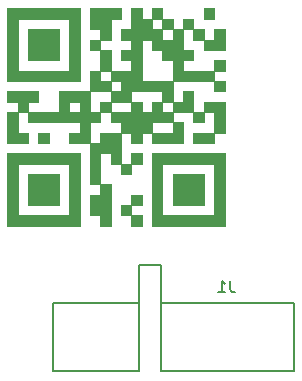
<source format=gbr>
G04 #@! TF.FileFunction,Legend,Bot*
%FSLAX46Y46*%
G04 Gerber Fmt 4.6, Leading zero omitted, Abs format (unit mm)*
G04 Created by KiCad (PCBNEW 4.0.2+e4-6225~38~ubuntu14.04.1-stable) date Sat 30 Jul 2016 11:20:58 AM PDT*
%MOMM*%
G01*
G04 APERTURE LIST*
%ADD10C,0.100000*%
%ADD11C,0.150000*%
%ADD12C,0.010000*%
G04 APERTURE END LIST*
D10*
D11*
X148900180Y-97500640D02*
X148900180Y-94300240D01*
X148900180Y-94300240D02*
X147099320Y-94300240D01*
X147099320Y-94300240D02*
X147099320Y-97500640D01*
X160200640Y-97500640D02*
X148900180Y-97500640D01*
X148900180Y-97500640D02*
X148900180Y-103299460D01*
X148900180Y-103299460D02*
X160200640Y-103299460D01*
X160200640Y-103299460D02*
X160200640Y-97500640D01*
X139799360Y-97500640D02*
X147099320Y-97500640D01*
X147099320Y-103299460D02*
X139799360Y-103299460D01*
X147099320Y-97500640D02*
X147099320Y-103299460D01*
X139799360Y-97500640D02*
X139799360Y-103299460D01*
D12*
G36*
X142034482Y-72603449D02*
X135903448Y-72603449D01*
X135903448Y-77858621D01*
X136779310Y-77858621D01*
X136779310Y-73479311D01*
X141158620Y-73479311D01*
X141158620Y-77858621D01*
X136779310Y-77858621D01*
X135903448Y-77858621D01*
X135903448Y-78734483D01*
X142034482Y-78734483D01*
X142034482Y-72603449D01*
X142034482Y-72603449D01*
G37*
X142034482Y-72603449D02*
X135903448Y-72603449D01*
X135903448Y-77858621D01*
X136779310Y-77858621D01*
X136779310Y-73479311D01*
X141158620Y-73479311D01*
X141158620Y-77858621D01*
X136779310Y-77858621D01*
X135903448Y-77858621D01*
X135903448Y-78734483D01*
X142034482Y-78734483D01*
X142034482Y-72603449D01*
G36*
X144662068Y-73479311D02*
X145537931Y-73479311D01*
X145537931Y-72603449D01*
X142910344Y-72603449D01*
X142910344Y-74355173D01*
X143786206Y-74355173D01*
X143786206Y-75231035D01*
X144662068Y-75231035D01*
X144662068Y-73479311D01*
X144662068Y-73479311D01*
G37*
X144662068Y-73479311D02*
X145537931Y-73479311D01*
X145537931Y-72603449D01*
X142910344Y-72603449D01*
X142910344Y-74355173D01*
X143786206Y-74355173D01*
X143786206Y-75231035D01*
X144662068Y-75231035D01*
X144662068Y-73479311D01*
G36*
X151668965Y-73479311D02*
X150793103Y-73479311D01*
X150793103Y-74355173D01*
X151668965Y-74355173D01*
X151668965Y-73479311D01*
X151668965Y-73479311D01*
G37*
X151668965Y-73479311D02*
X150793103Y-73479311D01*
X150793103Y-74355173D01*
X151668965Y-74355173D01*
X151668965Y-73479311D01*
G36*
X152544827Y-76106897D02*
X154296551Y-76106897D01*
X154296551Y-74355173D01*
X153420689Y-74355173D01*
X153420689Y-75231035D01*
X152544827Y-75231035D01*
X152544827Y-76106897D01*
X152544827Y-76106897D01*
G37*
X152544827Y-76106897D02*
X154296551Y-76106897D01*
X154296551Y-74355173D01*
X153420689Y-74355173D01*
X153420689Y-75231035D01*
X152544827Y-75231035D01*
X152544827Y-76106897D01*
G36*
X143786206Y-75231035D02*
X142910344Y-75231035D01*
X142910344Y-76106897D01*
X143786206Y-76106897D01*
X143786206Y-75231035D01*
X143786206Y-75231035D01*
G37*
X143786206Y-75231035D02*
X142910344Y-75231035D01*
X142910344Y-76106897D01*
X143786206Y-76106897D01*
X143786206Y-75231035D01*
G36*
X154296551Y-76982759D02*
X153420689Y-76982759D01*
X153420689Y-77858621D01*
X154296551Y-77858621D01*
X154296551Y-76982759D01*
X154296551Y-76982759D01*
G37*
X154296551Y-76982759D02*
X153420689Y-76982759D01*
X153420689Y-77858621D01*
X154296551Y-77858621D01*
X154296551Y-76982759D01*
G36*
X154296551Y-78734483D02*
X153420689Y-78734483D01*
X153420689Y-79610345D01*
X154296551Y-79610345D01*
X154296551Y-78734483D01*
X154296551Y-78734483D01*
G37*
X154296551Y-78734483D02*
X153420689Y-78734483D01*
X153420689Y-79610345D01*
X154296551Y-79610345D01*
X154296551Y-78734483D01*
G36*
X154296551Y-80486207D02*
X152544827Y-80486207D01*
X152544827Y-81362069D01*
X153420689Y-81362069D01*
X153420689Y-83113794D01*
X154296551Y-83113794D01*
X154296551Y-80486207D01*
X154296551Y-80486207D01*
G37*
X154296551Y-80486207D02*
X152544827Y-80486207D01*
X152544827Y-81362069D01*
X153420689Y-81362069D01*
X153420689Y-83113794D01*
X154296551Y-83113794D01*
X154296551Y-80486207D01*
G36*
X137655172Y-83113794D02*
X136779310Y-83113794D01*
X136779310Y-81362069D01*
X135903448Y-81362069D01*
X135903448Y-83989656D01*
X137655172Y-83989656D01*
X137655172Y-83113794D01*
X137655172Y-83113794D01*
G37*
X137655172Y-83113794D02*
X136779310Y-83113794D01*
X136779310Y-81362069D01*
X135903448Y-81362069D01*
X135903448Y-83989656D01*
X137655172Y-83989656D01*
X137655172Y-83113794D01*
G36*
X152544827Y-81362069D02*
X151668965Y-81362069D01*
X151668965Y-82237932D01*
X152544827Y-82237932D01*
X152544827Y-81362069D01*
X152544827Y-81362069D01*
G37*
X152544827Y-81362069D02*
X151668965Y-81362069D01*
X151668965Y-82237932D01*
X152544827Y-82237932D01*
X152544827Y-81362069D01*
G36*
X153420689Y-83113794D02*
X151668965Y-83113794D01*
X151668965Y-83989656D01*
X153420689Y-83989656D01*
X153420689Y-83113794D01*
X153420689Y-83113794D01*
G37*
X153420689Y-83113794D02*
X151668965Y-83113794D01*
X151668965Y-83989656D01*
X153420689Y-83989656D01*
X153420689Y-83113794D01*
G36*
X147289655Y-84865518D02*
X146413793Y-84865518D01*
X146413793Y-85741380D01*
X147289655Y-85741380D01*
X147289655Y-84865518D01*
X147289655Y-84865518D01*
G37*
X147289655Y-84865518D02*
X146413793Y-84865518D01*
X146413793Y-85741380D01*
X147289655Y-85741380D01*
X147289655Y-84865518D01*
G36*
X146413793Y-85741380D02*
X145537931Y-85741380D01*
X145537931Y-86617242D01*
X146413793Y-86617242D01*
X146413793Y-85741380D01*
X146413793Y-85741380D01*
G37*
X146413793Y-85741380D02*
X145537931Y-85741380D01*
X145537931Y-86617242D01*
X146413793Y-86617242D01*
X146413793Y-85741380D01*
G36*
X144662068Y-87493104D02*
X143786206Y-87493104D01*
X143786206Y-88368966D01*
X142910344Y-88368966D01*
X142910344Y-90120690D01*
X143786206Y-90120690D01*
X143786206Y-90996552D01*
X144662068Y-90996552D01*
X144662068Y-87493104D01*
X144662068Y-87493104D01*
G37*
X144662068Y-87493104D02*
X143786206Y-87493104D01*
X143786206Y-88368966D01*
X142910344Y-88368966D01*
X142910344Y-90120690D01*
X143786206Y-90120690D01*
X143786206Y-90996552D01*
X144662068Y-90996552D01*
X144662068Y-87493104D01*
G36*
X137655172Y-80486207D02*
X138531034Y-80486207D01*
X138531034Y-79610345D01*
X135903448Y-79610345D01*
X135903448Y-80486207D01*
X136779310Y-80486207D01*
X136779310Y-81362069D01*
X137655172Y-81362069D01*
X137655172Y-80486207D01*
X137655172Y-80486207D01*
G37*
X137655172Y-80486207D02*
X138531034Y-80486207D01*
X138531034Y-79610345D01*
X135903448Y-79610345D01*
X135903448Y-80486207D01*
X136779310Y-80486207D01*
X136779310Y-81362069D01*
X137655172Y-81362069D01*
X137655172Y-80486207D01*
G36*
X152544827Y-74355173D02*
X151668965Y-74355173D01*
X151668965Y-75231035D01*
X152544827Y-75231035D01*
X152544827Y-74355173D01*
X152544827Y-74355173D01*
G37*
X152544827Y-74355173D02*
X151668965Y-74355173D01*
X151668965Y-75231035D01*
X152544827Y-75231035D01*
X152544827Y-74355173D01*
G36*
X153420689Y-78734483D02*
X153420689Y-77858621D01*
X150793103Y-77858621D01*
X150793103Y-76982759D01*
X151668965Y-76982759D01*
X151668965Y-76106897D01*
X150793103Y-76106897D01*
X150793103Y-74355173D01*
X149917241Y-74355173D01*
X149917241Y-73479311D01*
X149041379Y-73479311D01*
X149041379Y-72603449D01*
X148165517Y-72603449D01*
X148165517Y-73479311D01*
X147289655Y-73479311D01*
X147289655Y-72603449D01*
X146413793Y-72603449D01*
X146413793Y-74355173D01*
X148165517Y-74355173D01*
X148165517Y-73479311D01*
X149041379Y-73479311D01*
X149041379Y-74355173D01*
X148165517Y-74355173D01*
X146413793Y-74355173D01*
X145537931Y-74355173D01*
X145537931Y-75231035D01*
X146413793Y-75231035D01*
X146413793Y-76106897D01*
X145537931Y-76106897D01*
X145537931Y-76982759D01*
X146413793Y-76982759D01*
X146413793Y-77858621D01*
X144662068Y-77858621D01*
X144662068Y-76106897D01*
X143786206Y-76106897D01*
X143786206Y-77858621D01*
X142910344Y-77858621D01*
X142910344Y-78734483D01*
X143786206Y-78734483D01*
X143786206Y-77858621D01*
X144662068Y-77858621D01*
X144662068Y-78734483D01*
X143786206Y-78734483D01*
X142910344Y-78734483D01*
X142910344Y-79610345D01*
X140282758Y-79610345D01*
X140282758Y-81362069D01*
X141158620Y-81362069D01*
X141158620Y-80486207D01*
X142034482Y-80486207D01*
X142034482Y-81362069D01*
X141158620Y-81362069D01*
X140282758Y-81362069D01*
X137655172Y-81362069D01*
X137655172Y-82237932D01*
X142034482Y-82237932D01*
X142034482Y-83113794D01*
X141158620Y-83113794D01*
X141158620Y-83989656D01*
X142910344Y-83989656D01*
X142910344Y-82237932D01*
X143786206Y-82237932D01*
X143786206Y-81362069D01*
X142910344Y-81362069D01*
X142910344Y-79610345D01*
X144662068Y-79610345D01*
X144662068Y-78734483D01*
X145537931Y-78734483D01*
X147289655Y-78734483D01*
X147289655Y-75231035D01*
X148165517Y-75231035D01*
X149041379Y-75231035D01*
X149041379Y-74355173D01*
X149917241Y-74355173D01*
X149917241Y-75231035D01*
X149041379Y-75231035D01*
X148165517Y-75231035D01*
X148165517Y-76106897D01*
X149041379Y-76106897D01*
X149041379Y-76982759D01*
X149917241Y-76982759D01*
X149917241Y-78734483D01*
X147289655Y-78734483D01*
X145537931Y-78734483D01*
X145537931Y-79610345D01*
X144662068Y-79610345D01*
X144662068Y-80486207D01*
X146413793Y-80486207D01*
X146413793Y-79610345D01*
X149041379Y-79610345D01*
X149041379Y-80486207D01*
X148165517Y-80486207D01*
X148165517Y-81362069D01*
X149041379Y-81362069D01*
X149041379Y-80486207D01*
X149917241Y-80486207D01*
X149917241Y-81362069D01*
X149041379Y-81362069D01*
X148165517Y-81362069D01*
X147289655Y-81362069D01*
X147289655Y-80486207D01*
X146413793Y-80486207D01*
X146413793Y-81362069D01*
X144662068Y-81362069D01*
X144662068Y-82237932D01*
X145537931Y-82237932D01*
X145537931Y-83113794D01*
X143786206Y-83113794D01*
X143786206Y-83989656D01*
X142910344Y-83989656D01*
X142910344Y-87493104D01*
X143786206Y-87493104D01*
X143786206Y-84865518D01*
X144662068Y-84865518D01*
X144662068Y-85741380D01*
X145537931Y-85741380D01*
X145537931Y-83113794D01*
X146413793Y-83113794D01*
X146413793Y-83989656D01*
X147289655Y-83989656D01*
X147289655Y-83113794D01*
X148165517Y-83113794D01*
X148165517Y-82237932D01*
X149917241Y-82237932D01*
X149917241Y-83113794D01*
X148165517Y-83113794D01*
X148165517Y-83989656D01*
X150793103Y-83989656D01*
X150793103Y-82237932D01*
X149917241Y-82237932D01*
X149917241Y-81362069D01*
X151668965Y-81362069D01*
X151668965Y-79610345D01*
X150793103Y-79610345D01*
X150793103Y-80486207D01*
X149917241Y-80486207D01*
X149917241Y-78734483D01*
X153420689Y-78734483D01*
X153420689Y-78734483D01*
G37*
X153420689Y-78734483D02*
X153420689Y-77858621D01*
X150793103Y-77858621D01*
X150793103Y-76982759D01*
X151668965Y-76982759D01*
X151668965Y-76106897D01*
X150793103Y-76106897D01*
X150793103Y-74355173D01*
X149917241Y-74355173D01*
X149917241Y-73479311D01*
X149041379Y-73479311D01*
X149041379Y-72603449D01*
X148165517Y-72603449D01*
X148165517Y-73479311D01*
X147289655Y-73479311D01*
X147289655Y-72603449D01*
X146413793Y-72603449D01*
X146413793Y-74355173D01*
X148165517Y-74355173D01*
X148165517Y-73479311D01*
X149041379Y-73479311D01*
X149041379Y-74355173D01*
X148165517Y-74355173D01*
X146413793Y-74355173D01*
X145537931Y-74355173D01*
X145537931Y-75231035D01*
X146413793Y-75231035D01*
X146413793Y-76106897D01*
X145537931Y-76106897D01*
X145537931Y-76982759D01*
X146413793Y-76982759D01*
X146413793Y-77858621D01*
X144662068Y-77858621D01*
X144662068Y-76106897D01*
X143786206Y-76106897D01*
X143786206Y-77858621D01*
X142910344Y-77858621D01*
X142910344Y-78734483D01*
X143786206Y-78734483D01*
X143786206Y-77858621D01*
X144662068Y-77858621D01*
X144662068Y-78734483D01*
X143786206Y-78734483D01*
X142910344Y-78734483D01*
X142910344Y-79610345D01*
X140282758Y-79610345D01*
X140282758Y-81362069D01*
X141158620Y-81362069D01*
X141158620Y-80486207D01*
X142034482Y-80486207D01*
X142034482Y-81362069D01*
X141158620Y-81362069D01*
X140282758Y-81362069D01*
X137655172Y-81362069D01*
X137655172Y-82237932D01*
X142034482Y-82237932D01*
X142034482Y-83113794D01*
X141158620Y-83113794D01*
X141158620Y-83989656D01*
X142910344Y-83989656D01*
X142910344Y-82237932D01*
X143786206Y-82237932D01*
X143786206Y-81362069D01*
X142910344Y-81362069D01*
X142910344Y-79610345D01*
X144662068Y-79610345D01*
X144662068Y-78734483D01*
X145537931Y-78734483D01*
X147289655Y-78734483D01*
X147289655Y-75231035D01*
X148165517Y-75231035D01*
X149041379Y-75231035D01*
X149041379Y-74355173D01*
X149917241Y-74355173D01*
X149917241Y-75231035D01*
X149041379Y-75231035D01*
X148165517Y-75231035D01*
X148165517Y-76106897D01*
X149041379Y-76106897D01*
X149041379Y-76982759D01*
X149917241Y-76982759D01*
X149917241Y-78734483D01*
X147289655Y-78734483D01*
X145537931Y-78734483D01*
X145537931Y-79610345D01*
X144662068Y-79610345D01*
X144662068Y-80486207D01*
X146413793Y-80486207D01*
X146413793Y-79610345D01*
X149041379Y-79610345D01*
X149041379Y-80486207D01*
X148165517Y-80486207D01*
X148165517Y-81362069D01*
X149041379Y-81362069D01*
X149041379Y-80486207D01*
X149917241Y-80486207D01*
X149917241Y-81362069D01*
X149041379Y-81362069D01*
X148165517Y-81362069D01*
X147289655Y-81362069D01*
X147289655Y-80486207D01*
X146413793Y-80486207D01*
X146413793Y-81362069D01*
X144662068Y-81362069D01*
X144662068Y-82237932D01*
X145537931Y-82237932D01*
X145537931Y-83113794D01*
X143786206Y-83113794D01*
X143786206Y-83989656D01*
X142910344Y-83989656D01*
X142910344Y-87493104D01*
X143786206Y-87493104D01*
X143786206Y-84865518D01*
X144662068Y-84865518D01*
X144662068Y-85741380D01*
X145537931Y-85741380D01*
X145537931Y-83113794D01*
X146413793Y-83113794D01*
X146413793Y-83989656D01*
X147289655Y-83989656D01*
X147289655Y-83113794D01*
X148165517Y-83113794D01*
X148165517Y-82237932D01*
X149917241Y-82237932D01*
X149917241Y-83113794D01*
X148165517Y-83113794D01*
X148165517Y-83989656D01*
X150793103Y-83989656D01*
X150793103Y-82237932D01*
X149917241Y-82237932D01*
X149917241Y-81362069D01*
X151668965Y-81362069D01*
X151668965Y-79610345D01*
X150793103Y-79610345D01*
X150793103Y-80486207D01*
X149917241Y-80486207D01*
X149917241Y-78734483D01*
X153420689Y-78734483D01*
G36*
X153420689Y-72603449D02*
X152544827Y-72603449D01*
X152544827Y-73479311D01*
X153420689Y-73479311D01*
X153420689Y-72603449D01*
X153420689Y-72603449D01*
G37*
X153420689Y-72603449D02*
X152544827Y-72603449D01*
X152544827Y-73479311D01*
X153420689Y-73479311D01*
X153420689Y-72603449D01*
G36*
X139406896Y-83113794D02*
X138531034Y-83113794D01*
X138531034Y-83989656D01*
X139406896Y-83989656D01*
X139406896Y-83113794D01*
X139406896Y-83113794D01*
G37*
X139406896Y-83113794D02*
X138531034Y-83113794D01*
X138531034Y-83989656D01*
X139406896Y-83989656D01*
X139406896Y-83113794D01*
G36*
X142034482Y-84865518D02*
X135903448Y-84865518D01*
X135903448Y-90120690D01*
X136779310Y-90120690D01*
X136779310Y-85741380D01*
X141158620Y-85741380D01*
X141158620Y-90120690D01*
X136779310Y-90120690D01*
X135903448Y-90120690D01*
X135903448Y-90996552D01*
X142034482Y-90996552D01*
X142034482Y-84865518D01*
X142034482Y-84865518D01*
G37*
X142034482Y-84865518D02*
X135903448Y-84865518D01*
X135903448Y-90120690D01*
X136779310Y-90120690D01*
X136779310Y-85741380D01*
X141158620Y-85741380D01*
X141158620Y-90120690D01*
X136779310Y-90120690D01*
X135903448Y-90120690D01*
X135903448Y-90996552D01*
X142034482Y-90996552D01*
X142034482Y-84865518D01*
G36*
X154296551Y-84865518D02*
X148165517Y-84865518D01*
X148165517Y-90120690D01*
X149041379Y-90120690D01*
X149041379Y-85741380D01*
X153420689Y-85741380D01*
X153420689Y-90120690D01*
X149041379Y-90120690D01*
X148165517Y-90120690D01*
X148165517Y-90996552D01*
X154296551Y-90996552D01*
X154296551Y-84865518D01*
X154296551Y-84865518D01*
G37*
X154296551Y-84865518D02*
X148165517Y-84865518D01*
X148165517Y-90120690D01*
X149041379Y-90120690D01*
X149041379Y-85741380D01*
X153420689Y-85741380D01*
X153420689Y-90120690D01*
X149041379Y-90120690D01*
X148165517Y-90120690D01*
X148165517Y-90996552D01*
X154296551Y-90996552D01*
X154296551Y-84865518D01*
G36*
X147289655Y-88368966D02*
X146413793Y-88368966D01*
X146413793Y-89244828D01*
X147289655Y-89244828D01*
X147289655Y-88368966D01*
X147289655Y-88368966D01*
G37*
X147289655Y-88368966D02*
X146413793Y-88368966D01*
X146413793Y-89244828D01*
X147289655Y-89244828D01*
X147289655Y-88368966D01*
G36*
X146413793Y-89244828D02*
X145537931Y-89244828D01*
X145537931Y-90120690D01*
X146413793Y-90120690D01*
X146413793Y-89244828D01*
X146413793Y-89244828D01*
G37*
X146413793Y-89244828D02*
X145537931Y-89244828D01*
X145537931Y-90120690D01*
X146413793Y-90120690D01*
X146413793Y-89244828D01*
G36*
X147289655Y-90120690D02*
X146413793Y-90120690D01*
X146413793Y-90996552D01*
X147289655Y-90996552D01*
X147289655Y-90120690D01*
X147289655Y-90120690D01*
G37*
X147289655Y-90120690D02*
X146413793Y-90120690D01*
X146413793Y-90996552D01*
X147289655Y-90996552D01*
X147289655Y-90120690D01*
G36*
X140282758Y-74355173D02*
X137655172Y-74355173D01*
X137655172Y-76982759D01*
X140282758Y-76982759D01*
X140282758Y-74355173D01*
X140282758Y-74355173D01*
G37*
X140282758Y-74355173D02*
X137655172Y-74355173D01*
X137655172Y-76982759D01*
X140282758Y-76982759D01*
X140282758Y-74355173D01*
G36*
X144662068Y-80486207D02*
X143786206Y-80486207D01*
X143786206Y-81362069D01*
X144662068Y-81362069D01*
X144662068Y-80486207D01*
X144662068Y-80486207D01*
G37*
X144662068Y-80486207D02*
X143786206Y-80486207D01*
X143786206Y-81362069D01*
X144662068Y-81362069D01*
X144662068Y-80486207D01*
G36*
X140282758Y-86617242D02*
X137655172Y-86617242D01*
X137655172Y-89244828D01*
X140282758Y-89244828D01*
X140282758Y-86617242D01*
X140282758Y-86617242D01*
G37*
X140282758Y-86617242D02*
X137655172Y-86617242D01*
X137655172Y-89244828D01*
X140282758Y-89244828D01*
X140282758Y-86617242D01*
G36*
X152544827Y-86617242D02*
X149917241Y-86617242D01*
X149917241Y-89244828D01*
X152544827Y-89244828D01*
X152544827Y-86617242D01*
X152544827Y-86617242D01*
G37*
X152544827Y-86617242D02*
X149917241Y-86617242D01*
X149917241Y-89244828D01*
X152544827Y-89244828D01*
X152544827Y-86617242D01*
D11*
X154778333Y-95642381D02*
X154778333Y-96356667D01*
X154825953Y-96499524D01*
X154921191Y-96594762D01*
X155064048Y-96642381D01*
X155159286Y-96642381D01*
X153778333Y-96642381D02*
X154349762Y-96642381D01*
X154064048Y-96642381D02*
X154064048Y-95642381D01*
X154159286Y-95785238D01*
X154254524Y-95880476D01*
X154349762Y-95928095D01*
M02*

</source>
